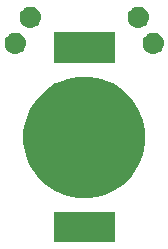
<source format=gbr>
G04 #@! TF.GenerationSoftware,KiCad,Pcbnew,5.0.2-bee76a0~70~ubuntu16.04.1*
G04 #@! TF.CreationDate,2020-01-28T21:52:51-08:00*
G04 #@! TF.ProjectId,touch-circuit-v1,746f7563-682d-4636-9972-637569742d76,rev?*
G04 #@! TF.SameCoordinates,Original*
G04 #@! TF.FileFunction,Soldermask,Bot*
G04 #@! TF.FilePolarity,Negative*
%FSLAX46Y46*%
G04 Gerber Fmt 4.6, Leading zero omitted, Abs format (unit mm)*
G04 Created by KiCad (PCBNEW 5.0.2-bee76a0~70~ubuntu16.04.1) date Tue 28 Jan 2020 09:52:51 PM PST*
%MOMM*%
%LPD*%
G01*
G04 APERTURE LIST*
%ADD10C,0.100000*%
G04 APERTURE END LIST*
D10*
G36*
X155001000Y-110501000D02*
X149799000Y-110501000D01*
X149799000Y-107899000D01*
X155001000Y-107899000D01*
X155001000Y-110501000D01*
X155001000Y-110501000D01*
G37*
G36*
X153902490Y-96646950D02*
X154451620Y-96874407D01*
X154839913Y-97035243D01*
X155677887Y-97595159D01*
X155683574Y-97598959D01*
X156401041Y-98316426D01*
X156401043Y-98316429D01*
X156964757Y-99160087D01*
X156964757Y-99160088D01*
X157353050Y-100097510D01*
X157551000Y-101092669D01*
X157551000Y-102107331D01*
X157353050Y-103102490D01*
X157125593Y-103651620D01*
X156964757Y-104039913D01*
X156404841Y-104877887D01*
X156401041Y-104883574D01*
X155683574Y-105601041D01*
X155683571Y-105601043D01*
X154839913Y-106164757D01*
X154451620Y-106325593D01*
X153902490Y-106553050D01*
X152907331Y-106751000D01*
X151892669Y-106751000D01*
X150897510Y-106553050D01*
X150348380Y-106325593D01*
X149960087Y-106164757D01*
X149116429Y-105601043D01*
X149116426Y-105601041D01*
X148398959Y-104883574D01*
X148395159Y-104877887D01*
X147835243Y-104039913D01*
X147674407Y-103651620D01*
X147446950Y-103102490D01*
X147249000Y-102107331D01*
X147249000Y-101092669D01*
X147446950Y-100097510D01*
X147835243Y-99160088D01*
X147835243Y-99160087D01*
X148398957Y-98316429D01*
X148398959Y-98316426D01*
X149116426Y-97598959D01*
X149122113Y-97595159D01*
X149960087Y-97035243D01*
X150348380Y-96874407D01*
X150897510Y-96646950D01*
X151892669Y-96449000D01*
X152907331Y-96449000D01*
X153902490Y-96646950D01*
X153902490Y-96646950D01*
G37*
G36*
X155001000Y-95301000D02*
X149799000Y-95301000D01*
X149799000Y-92699000D01*
X155001000Y-92699000D01*
X155001000Y-95301000D01*
X155001000Y-95301000D01*
G37*
G36*
X158352443Y-92745224D02*
X158418627Y-92751742D01*
X158531853Y-92786089D01*
X158588467Y-92803262D01*
X158727087Y-92877357D01*
X158744991Y-92886927D01*
X158780729Y-92916257D01*
X158882186Y-92999519D01*
X158965448Y-93100976D01*
X158994778Y-93136714D01*
X158994779Y-93136716D01*
X159078443Y-93293238D01*
X159078443Y-93293239D01*
X159129963Y-93463078D01*
X159147359Y-93639705D01*
X159129963Y-93816332D01*
X159095616Y-93929558D01*
X159078443Y-93986172D01*
X159004348Y-94124792D01*
X158994778Y-94142696D01*
X158965448Y-94178434D01*
X158882186Y-94279891D01*
X158780729Y-94363153D01*
X158744991Y-94392483D01*
X158744989Y-94392484D01*
X158588467Y-94476148D01*
X158531853Y-94493321D01*
X158418627Y-94527668D01*
X158352442Y-94534187D01*
X158286260Y-94540705D01*
X158197740Y-94540705D01*
X158131557Y-94534186D01*
X158065373Y-94527668D01*
X157952147Y-94493321D01*
X157895533Y-94476148D01*
X157739011Y-94392484D01*
X157739009Y-94392483D01*
X157703271Y-94363153D01*
X157601814Y-94279891D01*
X157518552Y-94178434D01*
X157489222Y-94142696D01*
X157479652Y-94124792D01*
X157405557Y-93986172D01*
X157388384Y-93929558D01*
X157354037Y-93816332D01*
X157336641Y-93639705D01*
X157354037Y-93463078D01*
X157405557Y-93293239D01*
X157405557Y-93293238D01*
X157489221Y-93136716D01*
X157489222Y-93136714D01*
X157518552Y-93100976D01*
X157601814Y-92999519D01*
X157703271Y-92916257D01*
X157739009Y-92886927D01*
X157756913Y-92877357D01*
X157895533Y-92803262D01*
X157952147Y-92786089D01*
X158065373Y-92751742D01*
X158131558Y-92745223D01*
X158197740Y-92738705D01*
X158286260Y-92738705D01*
X158352443Y-92745224D01*
X158352443Y-92745224D01*
G37*
G36*
X146668443Y-92745224D02*
X146734627Y-92751742D01*
X146847853Y-92786089D01*
X146904467Y-92803262D01*
X147043087Y-92877357D01*
X147060991Y-92886927D01*
X147096729Y-92916257D01*
X147198186Y-92999519D01*
X147281448Y-93100976D01*
X147310778Y-93136714D01*
X147310779Y-93136716D01*
X147394443Y-93293238D01*
X147394443Y-93293239D01*
X147445963Y-93463078D01*
X147463359Y-93639705D01*
X147445963Y-93816332D01*
X147411616Y-93929558D01*
X147394443Y-93986172D01*
X147320348Y-94124792D01*
X147310778Y-94142696D01*
X147281448Y-94178434D01*
X147198186Y-94279891D01*
X147096729Y-94363153D01*
X147060991Y-94392483D01*
X147060989Y-94392484D01*
X146904467Y-94476148D01*
X146847853Y-94493321D01*
X146734627Y-94527668D01*
X146668442Y-94534187D01*
X146602260Y-94540705D01*
X146513740Y-94540705D01*
X146447557Y-94534186D01*
X146381373Y-94527668D01*
X146268147Y-94493321D01*
X146211533Y-94476148D01*
X146055011Y-94392484D01*
X146055009Y-94392483D01*
X146019271Y-94363153D01*
X145917814Y-94279891D01*
X145834552Y-94178434D01*
X145805222Y-94142696D01*
X145795652Y-94124792D01*
X145721557Y-93986172D01*
X145704384Y-93929558D01*
X145670037Y-93816332D01*
X145652641Y-93639705D01*
X145670037Y-93463078D01*
X145721557Y-93293239D01*
X145721557Y-93293238D01*
X145805221Y-93136716D01*
X145805222Y-93136714D01*
X145834552Y-93100976D01*
X145917814Y-92999519D01*
X146019271Y-92916257D01*
X146055009Y-92886927D01*
X146072913Y-92877357D01*
X146211533Y-92803262D01*
X146268147Y-92786089D01*
X146381373Y-92751742D01*
X146447558Y-92745223D01*
X146513740Y-92738705D01*
X146602260Y-92738705D01*
X146668443Y-92745224D01*
X146668443Y-92745224D01*
G37*
G36*
X157082443Y-90545519D02*
X157148627Y-90552037D01*
X157261853Y-90586384D01*
X157318467Y-90603557D01*
X157457087Y-90677652D01*
X157474991Y-90687222D01*
X157510729Y-90716552D01*
X157612186Y-90799814D01*
X157695448Y-90901271D01*
X157724778Y-90937009D01*
X157724779Y-90937011D01*
X157808443Y-91093533D01*
X157808443Y-91093534D01*
X157859963Y-91263373D01*
X157877359Y-91440000D01*
X157859963Y-91616627D01*
X157825616Y-91729853D01*
X157808443Y-91786467D01*
X157734348Y-91925087D01*
X157724778Y-91942991D01*
X157695448Y-91978729D01*
X157612186Y-92080186D01*
X157510729Y-92163448D01*
X157474991Y-92192778D01*
X157474989Y-92192779D01*
X157318467Y-92276443D01*
X157261853Y-92293616D01*
X157148627Y-92327963D01*
X157082443Y-92334481D01*
X157016260Y-92341000D01*
X156927740Y-92341000D01*
X156861557Y-92334481D01*
X156795373Y-92327963D01*
X156682147Y-92293616D01*
X156625533Y-92276443D01*
X156469011Y-92192779D01*
X156469009Y-92192778D01*
X156433271Y-92163448D01*
X156331814Y-92080186D01*
X156248552Y-91978729D01*
X156219222Y-91942991D01*
X156209652Y-91925087D01*
X156135557Y-91786467D01*
X156118384Y-91729853D01*
X156084037Y-91616627D01*
X156066641Y-91440000D01*
X156084037Y-91263373D01*
X156135557Y-91093534D01*
X156135557Y-91093533D01*
X156219221Y-90937011D01*
X156219222Y-90937009D01*
X156248552Y-90901271D01*
X156331814Y-90799814D01*
X156433271Y-90716552D01*
X156469009Y-90687222D01*
X156486913Y-90677652D01*
X156625533Y-90603557D01*
X156682147Y-90586384D01*
X156795373Y-90552037D01*
X156861558Y-90545518D01*
X156927740Y-90539000D01*
X157016260Y-90539000D01*
X157082443Y-90545519D01*
X157082443Y-90545519D01*
G37*
G36*
X147938443Y-90545519D02*
X148004627Y-90552037D01*
X148117853Y-90586384D01*
X148174467Y-90603557D01*
X148313087Y-90677652D01*
X148330991Y-90687222D01*
X148366729Y-90716552D01*
X148468186Y-90799814D01*
X148551448Y-90901271D01*
X148580778Y-90937009D01*
X148580779Y-90937011D01*
X148664443Y-91093533D01*
X148664443Y-91093534D01*
X148715963Y-91263373D01*
X148733359Y-91440000D01*
X148715963Y-91616627D01*
X148681616Y-91729853D01*
X148664443Y-91786467D01*
X148590348Y-91925087D01*
X148580778Y-91942991D01*
X148551448Y-91978729D01*
X148468186Y-92080186D01*
X148366729Y-92163448D01*
X148330991Y-92192778D01*
X148330989Y-92192779D01*
X148174467Y-92276443D01*
X148117853Y-92293616D01*
X148004627Y-92327963D01*
X147938443Y-92334481D01*
X147872260Y-92341000D01*
X147783740Y-92341000D01*
X147717557Y-92334481D01*
X147651373Y-92327963D01*
X147538147Y-92293616D01*
X147481533Y-92276443D01*
X147325011Y-92192779D01*
X147325009Y-92192778D01*
X147289271Y-92163448D01*
X147187814Y-92080186D01*
X147104552Y-91978729D01*
X147075222Y-91942991D01*
X147065652Y-91925087D01*
X146991557Y-91786467D01*
X146974384Y-91729853D01*
X146940037Y-91616627D01*
X146922641Y-91440000D01*
X146940037Y-91263373D01*
X146991557Y-91093534D01*
X146991557Y-91093533D01*
X147075221Y-90937011D01*
X147075222Y-90937009D01*
X147104552Y-90901271D01*
X147187814Y-90799814D01*
X147289271Y-90716552D01*
X147325009Y-90687222D01*
X147342913Y-90677652D01*
X147481533Y-90603557D01*
X147538147Y-90586384D01*
X147651373Y-90552037D01*
X147717557Y-90545519D01*
X147783740Y-90539000D01*
X147872260Y-90539000D01*
X147938443Y-90545519D01*
X147938443Y-90545519D01*
G37*
M02*

</source>
